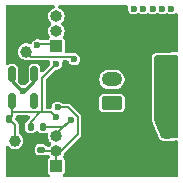
<source format=gbl>
G04 #@! TF.GenerationSoftware,KiCad,Pcbnew,8.0.7-8.0.7-0~ubuntu24.04.1*
G04 #@! TF.CreationDate,2024-12-31T11:01:01-07:00*
G04 #@! TF.ProjectId,DRV8213 brushed Motor Driver,44525638-3231-4332-9062-727573686564,V1*
G04 #@! TF.SameCoordinates,Original*
G04 #@! TF.FileFunction,Copper,L4,Bot*
G04 #@! TF.FilePolarity,Positive*
%FSLAX46Y46*%
G04 Gerber Fmt 4.6, Leading zero omitted, Abs format (unit mm)*
G04 Created by KiCad (PCBNEW 8.0.7-8.0.7-0~ubuntu24.04.1) date 2024-12-31 11:01:01*
%MOMM*%
%LPD*%
G01*
G04 APERTURE LIST*
G04 Aperture macros list*
%AMRoundRect*
0 Rectangle with rounded corners*
0 $1 Rounding radius*
0 $2 $3 $4 $5 $6 $7 $8 $9 X,Y pos of 4 corners*
0 Add a 4 corners polygon primitive as box body*
4,1,4,$2,$3,$4,$5,$6,$7,$8,$9,$2,$3,0*
0 Add four circle primitives for the rounded corners*
1,1,$1+$1,$2,$3*
1,1,$1+$1,$4,$5*
1,1,$1+$1,$6,$7*
1,1,$1+$1,$8,$9*
0 Add four rect primitives between the rounded corners*
20,1,$1+$1,$2,$3,$4,$5,0*
20,1,$1+$1,$4,$5,$6,$7,0*
20,1,$1+$1,$6,$7,$8,$9,0*
20,1,$1+$1,$8,$9,$2,$3,0*%
G04 Aperture macros list end*
G04 #@! TA.AperFunction,ComponentPad*
%ADD10R,1.000000X1.000000*%
G04 #@! TD*
G04 #@! TA.AperFunction,ComponentPad*
%ADD11O,1.000000X1.000000*%
G04 #@! TD*
G04 #@! TA.AperFunction,ComponentPad*
%ADD12RoundRect,0.250000X0.625000X-0.350000X0.625000X0.350000X-0.625000X0.350000X-0.625000X-0.350000X0*%
G04 #@! TD*
G04 #@! TA.AperFunction,ComponentPad*
%ADD13O,1.750000X1.200000*%
G04 #@! TD*
G04 #@! TA.AperFunction,HeatsinkPad*
%ADD14C,0.600000*%
G04 #@! TD*
G04 #@! TA.AperFunction,HeatsinkPad*
%ADD15R,1.680000X1.680000*%
G04 #@! TD*
G04 #@! TA.AperFunction,SMDPad,CuDef*
%ADD16C,1.000000*%
G04 #@! TD*
G04 #@! TA.AperFunction,SMDPad,CuDef*
%ADD17R,2.500000X2.800000*%
G04 #@! TD*
G04 #@! TA.AperFunction,SMDPad,CuDef*
%ADD18RoundRect,0.225000X0.225000X0.250000X-0.225000X0.250000X-0.225000X-0.250000X0.225000X-0.250000X0*%
G04 #@! TD*
G04 #@! TA.AperFunction,SMDPad,CuDef*
%ADD19R,2.800000X2.800000*%
G04 #@! TD*
G04 #@! TA.AperFunction,SMDPad,CuDef*
%ADD20RoundRect,0.140000X-0.140000X-0.170000X0.140000X-0.170000X0.140000X0.170000X-0.140000X0.170000X0*%
G04 #@! TD*
G04 #@! TA.AperFunction,SMDPad,CuDef*
%ADD21RoundRect,0.135000X0.185000X-0.135000X0.185000X0.135000X-0.185000X0.135000X-0.185000X-0.135000X0*%
G04 #@! TD*
G04 #@! TA.AperFunction,SMDPad,CuDef*
%ADD22RoundRect,0.150000X-0.150000X0.512500X-0.150000X-0.512500X0.150000X-0.512500X0.150000X0.512500X0*%
G04 #@! TD*
G04 #@! TA.AperFunction,SMDPad,CuDef*
%ADD23RoundRect,0.135000X-0.135000X-0.185000X0.135000X-0.185000X0.135000X0.185000X-0.135000X0.185000X0*%
G04 #@! TD*
G04 #@! TA.AperFunction,ViaPad*
%ADD24C,0.600000*%
G04 #@! TD*
G04 #@! TA.AperFunction,Conductor*
%ADD25C,0.200000*%
G04 #@! TD*
G04 #@! TA.AperFunction,Conductor*
%ADD26C,0.280000*%
G04 #@! TD*
G04 #@! TA.AperFunction,Conductor*
%ADD27C,0.400000*%
G04 #@! TD*
G04 APERTURE END LIST*
D10*
G04 #@! TO.P,J11,1,Pin_1*
G04 #@! TO.N,/CSA-A*
X168300000Y-108050000D03*
D11*
G04 #@! TO.P,J11,2,Pin_2*
X168300000Y-106780000D03*
G04 #@! TO.P,J11,3,Pin_3*
G04 #@! TO.N,/Fault*
X168300000Y-105510000D03*
G04 #@! TD*
D12*
G04 #@! TO.P,J9,1,Pin_1*
G04 #@! TO.N,Net-(J9-Pin_1)*
X173000000Y-102700000D03*
D13*
G04 #@! TO.P,J9,2,Pin_2*
G04 #@! TO.N,Net-(J9-Pin_2)*
X173000000Y-100700000D03*
G04 #@! TD*
D14*
G04 #@! TO.P,U1,17,Thermal_Pad*
G04 #@! TO.N,GNDPWR*
X169050000Y-102000000D03*
X170150000Y-102000000D03*
D15*
X169600000Y-101450000D03*
D14*
X169050000Y-100900000D03*
X170150000Y-100900000D03*
G04 #@! TD*
D10*
G04 #@! TO.P,J10,1,Pin_1*
G04 #@! TO.N,Net-(J10-Pin_1)*
X168300000Y-97900000D03*
D11*
G04 #@! TO.P,J10,2,Pin_2*
G04 #@! TO.N,Net-(J10-Pin_2)*
X168300000Y-96630000D03*
G04 #@! TO.P,J10,3,Pin_3*
G04 #@! TO.N,unconnected-(J10-Pin_3-Pad3)*
X168300000Y-95360000D03*
G04 #@! TD*
D16*
G04 #@! TO.P,TP2,1,1*
G04 #@! TO.N,+3.3V*
X164800000Y-105900000D03*
G04 #@! TD*
D17*
G04 #@! TO.P,J8,1,Pin_1*
G04 #@! TO.N,GNDPWR*
X176650000Y-96750000D03*
G04 #@! TD*
G04 #@! TO.P,J5,1,Pin_1*
G04 #@! TO.N,GNDPWR*
X172950000Y-106650000D03*
G04 #@! TD*
D18*
G04 #@! TO.P,C1,1*
G04 #@! TO.N,VDD*
X177050000Y-99150000D03*
G04 #@! TO.P,C1,2*
G04 #@! TO.N,GNDPWR*
X175500000Y-99150000D03*
G04 #@! TD*
G04 #@! TO.P,C4,1*
G04 #@! TO.N,VDD*
X177050000Y-103650000D03*
G04 #@! TO.P,C4,2*
G04 #@! TO.N,GNDPWR*
X175500000Y-103650000D03*
G04 #@! TD*
G04 #@! TO.P,C5,1*
G04 #@! TO.N,VDD*
X177675000Y-105200000D03*
G04 #@! TO.P,C5,2*
G04 #@! TO.N,GNDPWR*
X176125000Y-105200000D03*
G04 #@! TD*
D19*
G04 #@! TO.P,J7,1,Pin_1*
G04 #@! TO.N,GNDPWR*
X176650000Y-107550000D03*
G04 #@! TD*
D16*
G04 #@! TO.P,TP1,1,1*
G04 #@! TO.N,Net-(U1-TINRUSH)*
X165750000Y-98350000D03*
G04 #@! TD*
D18*
G04 #@! TO.P,C3,1*
G04 #@! TO.N,VDD*
X177050000Y-100650000D03*
G04 #@! TO.P,C3,2*
G04 #@! TO.N,GNDPWR*
X175500000Y-100650000D03*
G04 #@! TD*
D19*
G04 #@! TO.P,J6,1,Pin_1*
G04 #@! TO.N,GNDPWR*
X172950000Y-95850000D03*
G04 #@! TD*
D20*
G04 #@! TO.P,C9,1*
G04 #@! TO.N,+3.3V*
X164320000Y-104050000D03*
G04 #@! TO.P,C9,2*
G04 #@! TO.N,GNDPWR*
X165280000Y-104050000D03*
G04 #@! TD*
D21*
G04 #@! TO.P,R2,1*
G04 #@! TO.N,/CSA-A*
X167000000Y-106660000D03*
G04 #@! TO.P,R2,2*
G04 #@! TO.N,GNDPWR*
X167000000Y-105640000D03*
G04 #@! TD*
D22*
G04 #@! TO.P,U2,1,VIN*
G04 #@! TO.N,VDD*
X164550000Y-100262500D03*
G04 #@! TO.P,U2,2,GND*
G04 #@! TO.N,GNDPWR*
X165500000Y-100262500D03*
G04 #@! TO.P,U2,3,ON/~{OFF}*
G04 #@! TO.N,VDD*
X166450000Y-100262500D03*
G04 #@! TO.P,U2,4,BP*
G04 #@! TO.N,unconnected-(U2-BP-Pad4)*
X166450000Y-102537500D03*
G04 #@! TO.P,U2,5,VOUT*
G04 #@! TO.N,+3.3V*
X164550000Y-102537500D03*
G04 #@! TD*
D23*
G04 #@! TO.P,R1,1*
G04 #@! TO.N,+3.3V*
X166140000Y-104700000D03*
G04 #@! TO.P,R1,2*
G04 #@! TO.N,/Fault*
X167160000Y-104700000D03*
G04 #@! TD*
D18*
G04 #@! TO.P,C2,1*
G04 #@! TO.N,VDD*
X177050000Y-102150000D03*
G04 #@! TO.P,C2,2*
G04 #@! TO.N,GNDPWR*
X175500000Y-102150000D03*
G04 #@! TD*
D24*
G04 #@! TO.N,VDD*
X176450000Y-94700000D03*
X178300000Y-103250000D03*
X177500000Y-101400000D03*
X178300000Y-104100000D03*
X177500000Y-104400000D03*
X177250000Y-94700000D03*
X165500000Y-101700000D03*
X178300000Y-102400000D03*
X174850000Y-94700000D03*
X178300000Y-100700000D03*
X178300000Y-98950000D03*
X177500000Y-102900000D03*
X177500000Y-99900000D03*
X178050000Y-94700000D03*
X178300000Y-99800000D03*
X175650000Y-94700000D03*
X178300000Y-101550000D03*
G04 #@! TO.N,/CSA-A*
X168400000Y-103075001D03*
G04 #@! TO.N,GNDPWR*
X166650000Y-108700000D03*
X170900000Y-107900000D03*
X169300000Y-108700000D03*
X173450000Y-97800000D03*
X169300000Y-107900000D03*
X165850000Y-108700000D03*
X170100000Y-107900000D03*
X166100000Y-95700000D03*
X170900000Y-108700000D03*
X170900000Y-107100000D03*
X165050000Y-107900000D03*
X166900000Y-96500000D03*
X165300000Y-96500000D03*
X172650000Y-99400000D03*
X172650000Y-98600000D03*
X166900000Y-94900000D03*
X166650000Y-107900000D03*
X172650000Y-97800000D03*
X173450000Y-98600000D03*
X165300000Y-95700000D03*
X166900000Y-95700000D03*
X171850000Y-98600000D03*
X165850000Y-107900000D03*
X169300000Y-107100000D03*
X173450000Y-99400000D03*
X170100000Y-108700000D03*
X165300000Y-94900000D03*
X171850000Y-99400000D03*
X171850000Y-97800000D03*
X166100000Y-94900000D03*
X170100000Y-107100000D03*
X165050000Y-108700000D03*
X166100000Y-96500000D03*
G04 #@! TO.N,/Fault*
X169500000Y-104100000D03*
G04 #@! TO.N,+3.3V*
X168281182Y-99389969D03*
X168250000Y-103881988D03*
G04 #@! TO.N,Net-(U1-TINRUSH)*
X169800000Y-99000000D03*
G04 #@! TO.N,Net-(J10-Pin_1)*
X166700000Y-97800000D03*
G04 #@! TD*
D25*
G04 #@! TO.N,VDD*
X165500000Y-101700000D02*
X165600000Y-101700000D01*
D26*
X165400000Y-101700000D02*
X164550000Y-100850000D01*
X165600000Y-101700000D02*
X166450000Y-100850000D01*
X164550000Y-100850000D02*
X164550000Y-100262500D01*
D25*
X165500000Y-101700000D02*
X165400000Y-101700000D01*
D26*
X166450000Y-100850000D02*
X166450000Y-100262500D01*
D25*
G04 #@! TO.N,/CSA-A*
X167120000Y-106780000D02*
X168300000Y-106780000D01*
X170100000Y-103851471D02*
X170100000Y-105350000D01*
X170100000Y-105350000D02*
X168670000Y-106780000D01*
X169323530Y-103075001D02*
X170100000Y-103851471D01*
X167000000Y-106660000D02*
X167120000Y-106780000D01*
X168400000Y-103075001D02*
X169323530Y-103075001D01*
X168670000Y-106780000D02*
X168300000Y-106780000D01*
X168300000Y-108050000D02*
X168300000Y-106780000D01*
D27*
G04 #@! TO.N,GNDPWR*
X172595031Y-106675454D02*
X172595031Y-106679969D01*
D25*
G04 #@! TO.N,/Fault*
X169500000Y-104100000D02*
X168300000Y-105300000D01*
X168900000Y-104700000D02*
X167160000Y-104700000D01*
X169500000Y-104100000D02*
X168900000Y-104700000D01*
X168300000Y-105300000D02*
X168300000Y-105510000D01*
G04 #@! TO.N,+3.3V*
X167868012Y-103500000D02*
X168250000Y-103881988D01*
X164550000Y-102537500D02*
X164550000Y-103550000D01*
X164550000Y-103820000D02*
X164320000Y-104050000D01*
X164550000Y-103550000D02*
X164660000Y-103440000D01*
X166109448Y-103500000D02*
X167100000Y-103500000D01*
X166049448Y-103440000D02*
X166109448Y-103500000D01*
X164800000Y-104530000D02*
X164800000Y-105900000D01*
X167100000Y-100571151D02*
X167100000Y-103500000D01*
X166140000Y-104310000D02*
X166140000Y-104700000D01*
X166950000Y-103500000D02*
X166140000Y-104310000D01*
X164320000Y-104050000D02*
X164800000Y-104530000D01*
X167100000Y-103500000D02*
X166950000Y-103500000D01*
X164660000Y-103440000D02*
X166049448Y-103440000D01*
X167868012Y-103500000D02*
X167100000Y-103500000D01*
X168281182Y-99389969D02*
X167100000Y-100571151D01*
X164550000Y-103550000D02*
X164550000Y-103820000D01*
G04 #@! TO.N,Net-(U1-TINRUSH)*
X169589969Y-98789969D02*
X169800000Y-99000000D01*
X165750000Y-98350000D02*
X166189969Y-98789969D01*
X166189969Y-98789969D02*
X169589969Y-98789969D01*
G04 #@! TO.N,Net-(J10-Pin_1)*
X168100000Y-97700000D02*
X168300000Y-97900000D01*
X166800000Y-97700000D02*
X168100000Y-97700000D01*
X166700000Y-97800000D02*
X166800000Y-97700000D01*
G04 #@! TD*
G04 #@! TA.AperFunction,Conductor*
G04 #@! TO.N,GNDPWR*
G36*
X165959579Y-103760461D02*
G01*
X165984766Y-103775002D01*
X166039305Y-103829538D01*
X166059269Y-103904038D01*
X166039308Y-103978538D01*
X166015629Y-104009399D01*
X165955490Y-104069539D01*
X165955489Y-104069540D01*
X165899539Y-104125489D01*
X165868907Y-104178546D01*
X165819746Y-104227705D01*
X165820274Y-104228458D01*
X165816004Y-104231447D01*
X165814369Y-104233083D01*
X165811639Y-104234504D01*
X165809596Y-104235935D01*
X165725934Y-104319596D01*
X165675933Y-104426824D01*
X165675931Y-104426831D01*
X165669500Y-104475681D01*
X165669500Y-104924318D01*
X165675931Y-104973168D01*
X165675933Y-104973175D01*
X165725934Y-105080403D01*
X165725935Y-105080404D01*
X165809596Y-105164065D01*
X165916827Y-105214068D01*
X165965684Y-105220500D01*
X166314316Y-105220500D01*
X166363173Y-105214068D01*
X166470404Y-105164065D01*
X166544641Y-105089828D01*
X166611436Y-105051264D01*
X166688564Y-105051264D01*
X166755359Y-105089828D01*
X166829596Y-105164065D01*
X166936827Y-105214068D01*
X166985684Y-105220500D01*
X167334316Y-105220500D01*
X167383173Y-105214068D01*
X167401886Y-105205341D01*
X167477840Y-105191948D01*
X167550317Y-105218326D01*
X167599895Y-105277409D01*
X167613289Y-105353365D01*
X167612770Y-105358341D01*
X167594355Y-105509999D01*
X167614860Y-105678874D01*
X167675181Y-105837929D01*
X167703280Y-105878637D01*
X167771817Y-105977929D01*
X167820616Y-106021161D01*
X167834512Y-106033472D01*
X167877038Y-106097817D01*
X167881695Y-106174804D01*
X167847234Y-106243806D01*
X167834512Y-106256528D01*
X167771818Y-106312069D01*
X167771817Y-106312071D01*
X167733262Y-106367928D01*
X167731015Y-106371183D01*
X167672265Y-106421155D01*
X167596400Y-106435057D01*
X167523748Y-106409164D01*
X167473776Y-106350414D01*
X167473350Y-106349508D01*
X167464065Y-106329596D01*
X167380403Y-106245934D01*
X167273175Y-106195933D01*
X167273173Y-106195932D01*
X167273170Y-106195931D01*
X167273168Y-106195931D01*
X167224318Y-106189500D01*
X167224316Y-106189500D01*
X166775684Y-106189500D01*
X166775681Y-106189500D01*
X166726831Y-106195931D01*
X166726827Y-106195931D01*
X166726827Y-106195932D01*
X166726826Y-106195932D01*
X166726824Y-106195933D01*
X166619596Y-106245934D01*
X166535934Y-106329596D01*
X166485933Y-106436824D01*
X166485931Y-106436831D01*
X166479500Y-106485681D01*
X166479500Y-106834318D01*
X166485931Y-106883168D01*
X166485933Y-106883175D01*
X166535934Y-106990403D01*
X166535935Y-106990404D01*
X166619596Y-107074065D01*
X166726827Y-107124068D01*
X166775684Y-107130500D01*
X167224316Y-107130500D01*
X167273173Y-107124068D01*
X167336667Y-107094460D01*
X167399637Y-107080500D01*
X167578048Y-107080500D01*
X167652548Y-107100462D01*
X167700671Y-107144857D01*
X167723564Y-107178023D01*
X167723567Y-107178027D01*
X167749458Y-107250679D01*
X167735554Y-107326544D01*
X167685581Y-107385293D01*
X167683724Y-107386554D01*
X167655449Y-107405447D01*
X167655448Y-107405448D01*
X167611132Y-107471769D01*
X167599500Y-107530251D01*
X167599500Y-108569748D01*
X167611132Y-108628230D01*
X167611133Y-108628231D01*
X167655448Y-108694552D01*
X167703429Y-108726612D01*
X167754282Y-108784601D01*
X167769328Y-108860247D01*
X167744535Y-108933282D01*
X167686546Y-108984135D01*
X167620647Y-108999500D01*
X164149500Y-108999500D01*
X164075000Y-108979538D01*
X164020462Y-108925000D01*
X164000500Y-108850500D01*
X164000500Y-106453015D01*
X164020462Y-106378515D01*
X164075000Y-106323977D01*
X164149500Y-106304015D01*
X164224000Y-106323977D01*
X164265073Y-106361868D01*
X164265844Y-106361186D01*
X164271820Y-106367932D01*
X164399146Y-106480732D01*
X164399148Y-106480734D01*
X164549775Y-106559790D01*
X164714944Y-106600500D01*
X164885056Y-106600500D01*
X165050225Y-106559790D01*
X165200852Y-106480734D01*
X165328183Y-106367929D01*
X165424818Y-106227930D01*
X165485140Y-106068872D01*
X165505645Y-105900000D01*
X165485140Y-105731128D01*
X165424818Y-105572070D01*
X165328183Y-105432071D01*
X165328180Y-105432068D01*
X165328179Y-105432067D01*
X165200853Y-105319267D01*
X165200852Y-105319266D01*
X165180254Y-105308455D01*
X165123565Y-105256156D01*
X165100621Y-105182520D01*
X165100500Y-105176523D01*
X165100500Y-104490438D01*
X165100499Y-104490436D01*
X165096546Y-104475684D01*
X165084661Y-104431326D01*
X165080022Y-104414012D01*
X165040460Y-104345489D01*
X164844140Y-104149169D01*
X164805576Y-104082374D01*
X164800499Y-104043810D01*
X164800499Y-104027046D01*
X164820460Y-103952548D01*
X164830021Y-103935989D01*
X164850500Y-103859562D01*
X164850500Y-103859560D01*
X164852811Y-103850936D01*
X164891375Y-103784141D01*
X164958170Y-103745577D01*
X164996734Y-103740500D01*
X165885082Y-103740500D01*
X165959579Y-103760461D01*
G37*
G04 #@! TD.AperFunction*
G04 #@! TA.AperFunction,Conductor*
G36*
X174289959Y-94420462D02*
G01*
X174344497Y-94475000D01*
X174364459Y-94549500D01*
X174362942Y-94570705D01*
X174344353Y-94699996D01*
X174344353Y-94700003D01*
X174364834Y-94842454D01*
X174364834Y-94842455D01*
X174364835Y-94842457D01*
X174424623Y-94973373D01*
X174518872Y-95082143D01*
X174639947Y-95159953D01*
X174778039Y-95200500D01*
X174778041Y-95200500D01*
X174921959Y-95200500D01*
X174921961Y-95200500D01*
X175060053Y-95159953D01*
X175169445Y-95089650D01*
X175242911Y-95066167D01*
X175318276Y-95082562D01*
X175330552Y-95089649D01*
X175439947Y-95159953D01*
X175578039Y-95200500D01*
X175578041Y-95200500D01*
X175721959Y-95200500D01*
X175721961Y-95200500D01*
X175860053Y-95159953D01*
X175969445Y-95089650D01*
X176042911Y-95066167D01*
X176118276Y-95082562D01*
X176130552Y-95089649D01*
X176239947Y-95159953D01*
X176378039Y-95200500D01*
X176378041Y-95200500D01*
X176521959Y-95200500D01*
X176521961Y-95200500D01*
X176660053Y-95159953D01*
X176769445Y-95089650D01*
X176842911Y-95066167D01*
X176918276Y-95082562D01*
X176930552Y-95089649D01*
X177039947Y-95159953D01*
X177178039Y-95200500D01*
X177178041Y-95200500D01*
X177321959Y-95200500D01*
X177321961Y-95200500D01*
X177460053Y-95159953D01*
X177569445Y-95089650D01*
X177642911Y-95066167D01*
X177718276Y-95082562D01*
X177730552Y-95089649D01*
X177839947Y-95159953D01*
X177978039Y-95200500D01*
X177978041Y-95200500D01*
X178121959Y-95200500D01*
X178121961Y-95200500D01*
X178260053Y-95159953D01*
X178369948Y-95089327D01*
X178443410Y-95065845D01*
X178518776Y-95082239D01*
X178575847Y-95134120D01*
X178599331Y-95207586D01*
X178599500Y-95214676D01*
X178599500Y-98265073D01*
X178579538Y-98339573D01*
X178525000Y-98394111D01*
X178459082Y-98413825D01*
X177579475Y-98464572D01*
X177498356Y-98469253D01*
X177489774Y-98469500D01*
X176699000Y-98469500D01*
X176666856Y-98472030D01*
X176666852Y-98472030D01*
X176636304Y-98476868D01*
X176631710Y-98477648D01*
X176547617Y-98513592D01*
X176498122Y-98549552D01*
X176498115Y-98549558D01*
X176470373Y-98573796D01*
X176423464Y-98652305D01*
X176404557Y-98710496D01*
X176404556Y-98710499D01*
X176402002Y-98726628D01*
X176394500Y-98774000D01*
X176394500Y-104105790D01*
X176398262Y-104144927D01*
X176398264Y-104144943D01*
X176404784Y-104178546D01*
X176405445Y-104181953D01*
X176405448Y-104181963D01*
X176405450Y-104181971D01*
X176416589Y-104219651D01*
X176416593Y-104219662D01*
X177009417Y-105689868D01*
X177038031Y-105739488D01*
X177038032Y-105739489D01*
X177071655Y-105782556D01*
X177071664Y-105782566D01*
X177091620Y-105804626D01*
X177091623Y-105804628D01*
X177170127Y-105851533D01*
X177170131Y-105851535D01*
X177170133Y-105851536D01*
X177228324Y-105870443D01*
X177291826Y-105880500D01*
X177291829Y-105880500D01*
X178119520Y-105880500D01*
X178119521Y-105880500D01*
X178130894Y-105880185D01*
X178141827Y-105879579D01*
X178153148Y-105878637D01*
X178434046Y-105847425D01*
X178510294Y-105859038D01*
X178570521Y-105907219D01*
X178598589Y-105979059D01*
X178599500Y-105995514D01*
X178599500Y-108850500D01*
X178579538Y-108925000D01*
X178525000Y-108979538D01*
X178450500Y-108999500D01*
X168979353Y-108999500D01*
X168904853Y-108979538D01*
X168850315Y-108925000D01*
X168830353Y-108850500D01*
X168850315Y-108776000D01*
X168896569Y-108726613D01*
X168944552Y-108694552D01*
X168988867Y-108628231D01*
X169000500Y-108569748D01*
X169000500Y-107530252D01*
X168988867Y-107471769D01*
X168944552Y-107405448D01*
X168944411Y-107405354D01*
X168916274Y-107386552D01*
X168865422Y-107328563D01*
X168850377Y-107252916D01*
X168875172Y-107179882D01*
X168876317Y-107178195D01*
X168924818Y-107107930D01*
X168985140Y-106948872D01*
X168987102Y-106932711D01*
X169015897Y-106861163D01*
X169029649Y-106845320D01*
X170340460Y-105534511D01*
X170369918Y-105483488D01*
X170380021Y-105465989D01*
X170400500Y-105389562D01*
X170400500Y-103811909D01*
X170380021Y-103735482D01*
X170340460Y-103666960D01*
X170284511Y-103611011D01*
X169508041Y-102834541D01*
X169508040Y-102834540D01*
X169492381Y-102825500D01*
X169492378Y-102825498D01*
X169439521Y-102794980D01*
X169363092Y-102774501D01*
X168869918Y-102774501D01*
X168795418Y-102754539D01*
X168757311Y-102723075D01*
X168731128Y-102692858D01*
X168731127Y-102692857D01*
X168697465Y-102671224D01*
X168610053Y-102615048D01*
X168610050Y-102615047D01*
X168471967Y-102574502D01*
X168471962Y-102574501D01*
X168471961Y-102574501D01*
X168328039Y-102574501D01*
X168328037Y-102574501D01*
X168328032Y-102574502D01*
X168189949Y-102615047D01*
X168068872Y-102692857D01*
X168068870Y-102692860D01*
X167974622Y-102801629D01*
X167914834Y-102932546D01*
X167894826Y-103071705D01*
X167864465Y-103142606D01*
X167802721Y-103188827D01*
X167747343Y-103199500D01*
X167549500Y-103199500D01*
X167475000Y-103179538D01*
X167420462Y-103125000D01*
X167400500Y-103050500D01*
X167400500Y-102295724D01*
X171924500Y-102295724D01*
X171924500Y-103104275D01*
X171927353Y-103134695D01*
X171927353Y-103134697D01*
X171927354Y-103134699D01*
X171943044Y-103179538D01*
X171972207Y-103262883D01*
X172052848Y-103372148D01*
X172052851Y-103372151D01*
X172162116Y-103452792D01*
X172162117Y-103452792D01*
X172162118Y-103452793D01*
X172290301Y-103497646D01*
X172320734Y-103500500D01*
X172320741Y-103500500D01*
X173679259Y-103500500D01*
X173679266Y-103500500D01*
X173709699Y-103497646D01*
X173837882Y-103452793D01*
X173947150Y-103372150D01*
X174027793Y-103262882D01*
X174072646Y-103134699D01*
X174075500Y-103104266D01*
X174075500Y-102295734D01*
X174072646Y-102265301D01*
X174027793Y-102137118D01*
X173947150Y-102027850D01*
X173947148Y-102027848D01*
X173837883Y-101947207D01*
X173770437Y-101923607D01*
X173709699Y-101902354D01*
X173709697Y-101902353D01*
X173709695Y-101902353D01*
X173679275Y-101899500D01*
X173679266Y-101899500D01*
X172320734Y-101899500D01*
X172320724Y-101899500D01*
X172290304Y-101902353D01*
X172162116Y-101947207D01*
X172052851Y-102027848D01*
X172052848Y-102027851D01*
X171972207Y-102137116D01*
X171927353Y-102265304D01*
X171924500Y-102295724D01*
X167400500Y-102295724D01*
X167400500Y-100757339D01*
X167420462Y-100682839D01*
X167444137Y-100651984D01*
X167474964Y-100621157D01*
X171924500Y-100621157D01*
X171924500Y-100778842D01*
X171955262Y-100933494D01*
X171955263Y-100933498D01*
X172015604Y-101079176D01*
X172015605Y-101079178D01*
X172015606Y-101079179D01*
X172103211Y-101210289D01*
X172214711Y-101321789D01*
X172345821Y-101409394D01*
X172345822Y-101409394D01*
X172345823Y-101409395D01*
X172418662Y-101439565D01*
X172491503Y-101469737D01*
X172646158Y-101500500D01*
X173353842Y-101500500D01*
X173508497Y-101469737D01*
X173654179Y-101409394D01*
X173785289Y-101321789D01*
X173896789Y-101210289D01*
X173984394Y-101079179D01*
X174044737Y-100933497D01*
X174075500Y-100778842D01*
X174075500Y-100621158D01*
X174044737Y-100466503D01*
X173984394Y-100320821D01*
X173896789Y-100189711D01*
X173785289Y-100078211D01*
X173654179Y-99990606D01*
X173654178Y-99990605D01*
X173654176Y-99990604D01*
X173508498Y-99930263D01*
X173508494Y-99930262D01*
X173353842Y-99899500D01*
X172646158Y-99899500D01*
X172491505Y-99930262D01*
X172491501Y-99930263D01*
X172345823Y-99990604D01*
X172214707Y-100078214D01*
X172103214Y-100189707D01*
X172015604Y-100320823D01*
X171955263Y-100466501D01*
X171955262Y-100466505D01*
X171924500Y-100621157D01*
X167474964Y-100621157D01*
X168162011Y-99934109D01*
X168228806Y-99895546D01*
X168267370Y-99890469D01*
X168353141Y-99890469D01*
X168353143Y-99890469D01*
X168491235Y-99849922D01*
X168612310Y-99772112D01*
X168706559Y-99663342D01*
X168766347Y-99532426D01*
X168778151Y-99450329D01*
X168786829Y-99389972D01*
X168786829Y-99389965D01*
X168768240Y-99260674D01*
X168777396Y-99184091D01*
X168823618Y-99122347D01*
X168894518Y-99091986D01*
X168915723Y-99090469D01*
X169195336Y-99090469D01*
X169269836Y-99110431D01*
X169324374Y-99164969D01*
X169330871Y-99177571D01*
X169368823Y-99260674D01*
X169374623Y-99273373D01*
X169468872Y-99382143D01*
X169589947Y-99459953D01*
X169728039Y-99500500D01*
X169728041Y-99500500D01*
X169871959Y-99500500D01*
X169871961Y-99500500D01*
X170010053Y-99459953D01*
X170131128Y-99382143D01*
X170225377Y-99273373D01*
X170285165Y-99142457D01*
X170301272Y-99030429D01*
X170305647Y-99000003D01*
X170305647Y-98999996D01*
X170285165Y-98857545D01*
X170285165Y-98857543D01*
X170225377Y-98726627D01*
X170131128Y-98617857D01*
X170131127Y-98617856D01*
X170062569Y-98573797D01*
X170010053Y-98540047D01*
X170010050Y-98540046D01*
X169871967Y-98499501D01*
X169871962Y-98499500D01*
X169871961Y-98499500D01*
X169728039Y-98499500D01*
X169728034Y-98499500D01*
X169718537Y-98500865D01*
X169658777Y-98497304D01*
X169629539Y-98489470D01*
X169629531Y-98489469D01*
X169149500Y-98489469D01*
X169075000Y-98469507D01*
X169020462Y-98414969D01*
X169000500Y-98340469D01*
X169000500Y-97380251D01*
X168988867Y-97321769D01*
X168944552Y-97255448D01*
X168944411Y-97255354D01*
X168916274Y-97236552D01*
X168865422Y-97178563D01*
X168850377Y-97102916D01*
X168875172Y-97029882D01*
X168876317Y-97028195D01*
X168924818Y-96957930D01*
X168985140Y-96798872D01*
X169005645Y-96630000D01*
X168985140Y-96461128D01*
X168924818Y-96302070D01*
X168828183Y-96162071D01*
X168828180Y-96162068D01*
X168828179Y-96162067D01*
X168765488Y-96106528D01*
X168722961Y-96042184D01*
X168718304Y-95965197D01*
X168752765Y-95896195D01*
X168765488Y-95883472D01*
X168787036Y-95864381D01*
X168828183Y-95827929D01*
X168924818Y-95687930D01*
X168985140Y-95528872D01*
X169005645Y-95360000D01*
X168985140Y-95191128D01*
X168973317Y-95159954D01*
X168924818Y-95032070D01*
X168884302Y-94973373D01*
X168828183Y-94892071D01*
X168828180Y-94892068D01*
X168828179Y-94892067D01*
X168700853Y-94779267D01*
X168700854Y-94779267D01*
X168550224Y-94700209D01*
X168525719Y-94694170D01*
X168458161Y-94656959D01*
X168418260Y-94590955D01*
X168416707Y-94513842D01*
X168453918Y-94446284D01*
X168519922Y-94406383D01*
X168561377Y-94400500D01*
X174215459Y-94400500D01*
X174289959Y-94420462D01*
G37*
G04 #@! TD.AperFunction*
G04 #@! TA.AperFunction,Conductor*
G36*
X168113123Y-94420462D02*
G01*
X168167661Y-94475000D01*
X168187623Y-94549500D01*
X168167661Y-94624000D01*
X168113123Y-94678538D01*
X168074281Y-94694170D01*
X168049775Y-94700209D01*
X167899145Y-94779267D01*
X167771820Y-94892067D01*
X167771817Y-94892071D01*
X167675181Y-95032070D01*
X167614860Y-95191125D01*
X167594355Y-95360000D01*
X167614860Y-95528874D01*
X167675181Y-95687929D01*
X167675182Y-95687930D01*
X167771817Y-95827929D01*
X167820616Y-95871161D01*
X167834512Y-95883472D01*
X167877038Y-95947817D01*
X167881695Y-96024804D01*
X167847234Y-96093806D01*
X167834512Y-96106528D01*
X167771817Y-96162071D01*
X167675181Y-96302070D01*
X167614860Y-96461125D01*
X167594355Y-96630000D01*
X167614860Y-96798874D01*
X167675181Y-96957929D01*
X167723565Y-97028024D01*
X167749458Y-97100676D01*
X167735555Y-97176541D01*
X167685583Y-97235290D01*
X167683726Y-97236551D01*
X167655452Y-97255444D01*
X167655448Y-97255448D01*
X167603440Y-97333282D01*
X167545451Y-97384135D01*
X167479552Y-97399500D01*
X167046314Y-97399500D01*
X166971814Y-97379538D01*
X166965759Y-97375847D01*
X166910053Y-97340047D01*
X166910050Y-97340046D01*
X166771967Y-97299501D01*
X166771962Y-97299500D01*
X166771961Y-97299500D01*
X166628039Y-97299500D01*
X166628037Y-97299500D01*
X166628032Y-97299501D01*
X166489949Y-97340046D01*
X166368872Y-97417856D01*
X166368870Y-97417859D01*
X166274622Y-97526628D01*
X166226700Y-97631562D01*
X166177592Y-97691037D01*
X166105327Y-97717989D01*
X166029267Y-97705199D01*
X166021922Y-97701597D01*
X166000227Y-97690211D01*
X166000225Y-97690210D01*
X165835056Y-97649500D01*
X165664944Y-97649500D01*
X165499775Y-97690209D01*
X165349145Y-97769267D01*
X165221820Y-97882067D01*
X165221817Y-97882071D01*
X165125181Y-98022070D01*
X165064860Y-98181125D01*
X165044355Y-98350000D01*
X165064860Y-98518874D01*
X165125181Y-98677929D01*
X165125182Y-98677930D01*
X165221817Y-98817929D01*
X165221819Y-98817930D01*
X165221820Y-98817932D01*
X165349146Y-98930732D01*
X165349148Y-98930734D01*
X165499775Y-99009790D01*
X165664944Y-99050500D01*
X165835055Y-99050500D01*
X165835056Y-99050500D01*
X165920617Y-99029411D01*
X165997725Y-99030963D01*
X166030769Y-99045042D01*
X166073980Y-99069990D01*
X166150407Y-99090469D01*
X167646641Y-99090469D01*
X167721141Y-99110431D01*
X167775679Y-99164969D01*
X167795641Y-99239469D01*
X167794124Y-99260674D01*
X167775535Y-99389965D01*
X167775535Y-99400625D01*
X167773395Y-99400625D01*
X167765902Y-99463267D01*
X167732937Y-99513241D01*
X167204859Y-100041320D01*
X167138064Y-100079884D01*
X167060936Y-100079884D01*
X166994141Y-100041320D01*
X166955577Y-99974525D01*
X166950500Y-99935961D01*
X166950500Y-99716741D01*
X166950499Y-99716731D01*
X166940573Y-99648606D01*
X166940573Y-99648605D01*
X166889199Y-99543518D01*
X166806481Y-99460800D01*
X166701394Y-99409426D01*
X166633268Y-99399500D01*
X166633260Y-99399500D01*
X166266740Y-99399500D01*
X166266731Y-99399500D01*
X166198606Y-99409426D01*
X166198605Y-99409426D01*
X166093518Y-99460800D01*
X166010800Y-99543518D01*
X165959426Y-99648605D01*
X165959426Y-99648606D01*
X165949500Y-99716731D01*
X165949500Y-100807241D01*
X165929538Y-100881741D01*
X165905859Y-100912600D01*
X165662600Y-101155859D01*
X165595805Y-101194423D01*
X165557241Y-101199500D01*
X165442758Y-101199500D01*
X165368258Y-101179538D01*
X165337399Y-101155859D01*
X165094141Y-100912601D01*
X165055577Y-100845806D01*
X165050500Y-100807242D01*
X165050500Y-99716741D01*
X165050499Y-99716731D01*
X165040573Y-99648606D01*
X165040573Y-99648605D01*
X164989199Y-99543518D01*
X164906481Y-99460800D01*
X164801394Y-99409426D01*
X164733268Y-99399500D01*
X164733260Y-99399500D01*
X164366740Y-99399500D01*
X164366731Y-99399500D01*
X164298608Y-99409426D01*
X164214940Y-99450329D01*
X164139242Y-99465114D01*
X164066293Y-99440071D01*
X164015639Y-99381908D01*
X164000500Y-99316468D01*
X164000500Y-94549500D01*
X164020462Y-94475000D01*
X164075000Y-94420462D01*
X164149500Y-94400500D01*
X168038623Y-94400500D01*
X168113123Y-94420462D01*
G37*
G04 #@! TD.AperFunction*
G04 #@! TD*
G04 #@! TA.AperFunction,Conductor*
G04 #@! TO.N,VDD*
G36*
X178553981Y-98633132D02*
G01*
X178592736Y-98680478D01*
X178599500Y-98716443D01*
X178599500Y-105533668D01*
X178580593Y-105591859D01*
X178531093Y-105627823D01*
X178511433Y-105632062D01*
X178130454Y-105674394D01*
X178119521Y-105675000D01*
X177291826Y-105675000D01*
X177233635Y-105656093D01*
X177200009Y-105613023D01*
X176607183Y-104142813D01*
X176600000Y-104105790D01*
X176600000Y-98774000D01*
X176618907Y-98715809D01*
X176668407Y-98679845D01*
X176699000Y-98675000D01*
X177499997Y-98675000D01*
X177500000Y-98675000D01*
X178494800Y-98617607D01*
X178553981Y-98633132D01*
G37*
G04 #@! TD.AperFunction*
G04 #@! TD*
M02*

</source>
